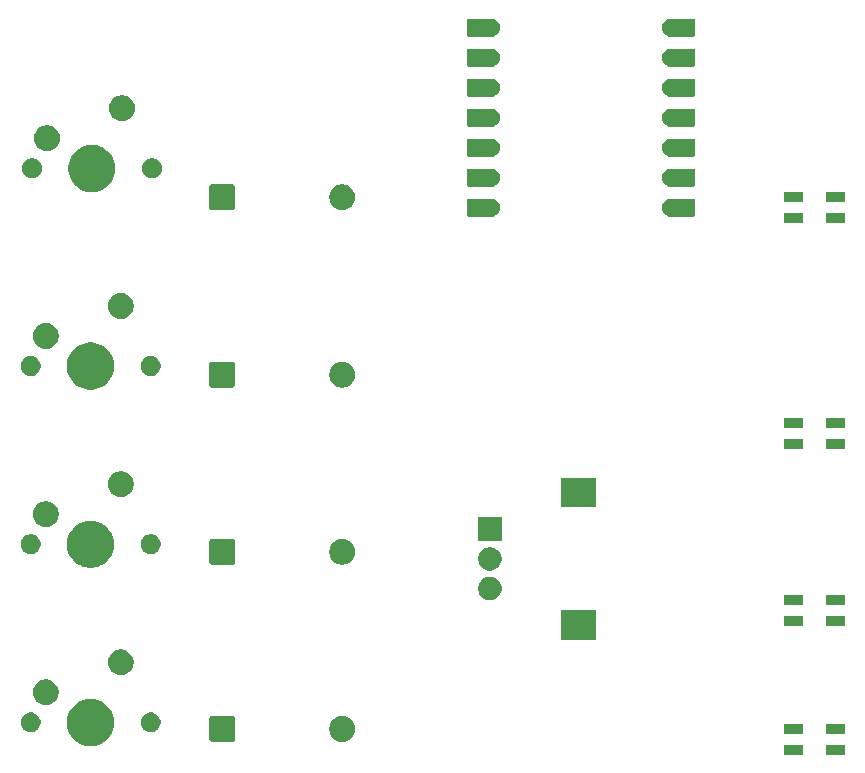
<source format=gts>
G04 #@! TF.GenerationSoftware,KiCad,Pcbnew,9.0.6*
G04 #@! TF.CreationDate,2025-12-19T00:03:08+05:30*
G04 #@! TF.ProjectId,macropad,6d616372-6f70-4616-942e-6b696361645f,rev?*
G04 #@! TF.SameCoordinates,Original*
G04 #@! TF.FileFunction,Soldermask,Top*
G04 #@! TF.FilePolarity,Negative*
%FSLAX46Y46*%
G04 Gerber Fmt 4.6, Leading zero omitted, Abs format (unit mm)*
G04 Created by KiCad (PCBNEW 9.0.6) date 2025-12-19 00:03:08*
%MOMM*%
%LPD*%
G01*
G04 APERTURE LIST*
G04 APERTURE END LIST*
G36*
X179050000Y-107175000D02*
G01*
X177450000Y-107175000D01*
X177450000Y-106325000D01*
X179050000Y-106325000D01*
X179050000Y-107175000D01*
G37*
G36*
X182550000Y-107175000D02*
G01*
X180950000Y-107175000D01*
X180950000Y-106325000D01*
X182550000Y-106325000D01*
X182550000Y-107175000D01*
G37*
G36*
X119090181Y-102488429D02*
G01*
X119342879Y-102556140D01*
X119584577Y-102656255D01*
X119811140Y-102787061D01*
X120018692Y-102946320D01*
X120203680Y-103131308D01*
X120362939Y-103338860D01*
X120493745Y-103565423D01*
X120593860Y-103807121D01*
X120661571Y-104059819D01*
X120695718Y-104319194D01*
X120695718Y-104580806D01*
X120661571Y-104840181D01*
X120593860Y-105092879D01*
X120493745Y-105334577D01*
X120362939Y-105561140D01*
X120203680Y-105768692D01*
X120018692Y-105953680D01*
X119811140Y-106112939D01*
X119584577Y-106243745D01*
X119342879Y-106343860D01*
X119090181Y-106411571D01*
X118830806Y-106445718D01*
X118569194Y-106445718D01*
X118309819Y-106411571D01*
X118057121Y-106343860D01*
X117815423Y-106243745D01*
X117588860Y-106112939D01*
X117381308Y-105953680D01*
X117196320Y-105768692D01*
X117037061Y-105561140D01*
X116906255Y-105334577D01*
X116806140Y-105092879D01*
X116738429Y-104840181D01*
X116704282Y-104580806D01*
X116704282Y-104319194D01*
X116738429Y-104059819D01*
X116806140Y-103807121D01*
X116906255Y-103565423D01*
X117037061Y-103338860D01*
X117196320Y-103131308D01*
X117381308Y-102946320D01*
X117588860Y-102787061D01*
X117815423Y-102656255D01*
X118057121Y-102556140D01*
X118309819Y-102488429D01*
X118569194Y-102454282D01*
X118830806Y-102454282D01*
X119090181Y-102488429D01*
G37*
G36*
X130694850Y-103900964D02*
G01*
X130745041Y-103906787D01*
X130762191Y-103914359D01*
X130785671Y-103919030D01*
X130810806Y-103935825D01*
X130830696Y-103944607D01*
X130844280Y-103958191D01*
X130866777Y-103973223D01*
X130881808Y-103995719D01*
X130895392Y-104009303D01*
X130904173Y-104029190D01*
X130920970Y-104054329D01*
X130925640Y-104077809D01*
X130933212Y-104094958D01*
X130939036Y-104145161D01*
X130939999Y-104150000D01*
X130939999Y-104153456D01*
X130940000Y-104153465D01*
X130940000Y-105086291D01*
X130940000Y-105850001D01*
X130939034Y-105854853D01*
X130933212Y-105905041D01*
X130925641Y-105922187D01*
X130920970Y-105945671D01*
X130904171Y-105970811D01*
X130895392Y-105990696D01*
X130881810Y-106004277D01*
X130866777Y-106026777D01*
X130844277Y-106041810D01*
X130830696Y-106055392D01*
X130810811Y-106064171D01*
X130785671Y-106080970D01*
X130762188Y-106085640D01*
X130745041Y-106093212D01*
X130694838Y-106099036D01*
X130690000Y-106099999D01*
X130686543Y-106099999D01*
X130686535Y-106100000D01*
X128993465Y-106100000D01*
X128993464Y-106099999D01*
X128989999Y-106100000D01*
X128985147Y-106099035D01*
X128934958Y-106093212D01*
X128917810Y-106085640D01*
X128894329Y-106080970D01*
X128869190Y-106064173D01*
X128849303Y-106055392D01*
X128835719Y-106041808D01*
X128813223Y-106026777D01*
X128798191Y-106004280D01*
X128784607Y-105990696D01*
X128775825Y-105970806D01*
X128759030Y-105945671D01*
X128754360Y-105922192D01*
X128746787Y-105905041D01*
X128740963Y-105854838D01*
X128740001Y-105850000D01*
X128740000Y-105846542D01*
X128740000Y-105846534D01*
X128740000Y-104153465D01*
X128740000Y-104153464D01*
X128740000Y-104149999D01*
X128740964Y-104145149D01*
X128746787Y-104094958D01*
X128754359Y-104077806D01*
X128759030Y-104054329D01*
X128775823Y-104029194D01*
X128784607Y-104009303D01*
X128798193Y-103995716D01*
X128813223Y-103973223D01*
X128835716Y-103958193D01*
X128849303Y-103944607D01*
X128869194Y-103935823D01*
X128894329Y-103919030D01*
X128917805Y-103914360D01*
X128934958Y-103906787D01*
X128985163Y-103900963D01*
X128990000Y-103900001D01*
X128993456Y-103900000D01*
X128993465Y-103900000D01*
X130686535Y-103900000D01*
X130690001Y-103900000D01*
X130694850Y-103900964D01*
G37*
G36*
X140256790Y-103930393D02*
G01*
X140420952Y-103983733D01*
X140574748Y-104062096D01*
X140714393Y-104163553D01*
X140836447Y-104285607D01*
X140937904Y-104425252D01*
X141016267Y-104579048D01*
X141069607Y-104743210D01*
X141096609Y-104913695D01*
X141096609Y-105086305D01*
X141069607Y-105256790D01*
X141016267Y-105420952D01*
X140937904Y-105574748D01*
X140836447Y-105714393D01*
X140714393Y-105836447D01*
X140574748Y-105937904D01*
X140420952Y-106016267D01*
X140256790Y-106069607D01*
X140086305Y-106096609D01*
X139913695Y-106096609D01*
X139743210Y-106069607D01*
X139579048Y-106016267D01*
X139425252Y-105937904D01*
X139285607Y-105836447D01*
X139163553Y-105714393D01*
X139062096Y-105574748D01*
X138983733Y-105420952D01*
X138930393Y-105256790D01*
X138903391Y-105086305D01*
X138903391Y-104913695D01*
X138930393Y-104743210D01*
X138983733Y-104579048D01*
X139062096Y-104425252D01*
X139163553Y-104285607D01*
X139285607Y-104163553D01*
X139425252Y-104062096D01*
X139579048Y-103983733D01*
X139743210Y-103930393D01*
X139913695Y-103903391D01*
X140086305Y-103903391D01*
X140256790Y-103930393D01*
G37*
G36*
X179050000Y-105425000D02*
G01*
X177450000Y-105425000D01*
X177450000Y-104575000D01*
X179050000Y-104575000D01*
X179050000Y-105425000D01*
G37*
G36*
X182550000Y-105425000D02*
G01*
X180950000Y-105425000D01*
X180950000Y-104575000D01*
X182550000Y-104575000D01*
X182550000Y-105425000D01*
G37*
G36*
X113866742Y-103636601D02*
G01*
X114020687Y-103700367D01*
X114159234Y-103792941D01*
X114277059Y-103910766D01*
X114369633Y-104049313D01*
X114433399Y-104203258D01*
X114465907Y-104366685D01*
X114465907Y-104533315D01*
X114433399Y-104696742D01*
X114369633Y-104850687D01*
X114277059Y-104989234D01*
X114159234Y-105107059D01*
X114020687Y-105199633D01*
X113866742Y-105263399D01*
X113703315Y-105295907D01*
X113536685Y-105295907D01*
X113373258Y-105263399D01*
X113219313Y-105199633D01*
X113080766Y-105107059D01*
X112962941Y-104989234D01*
X112870367Y-104850687D01*
X112806601Y-104696742D01*
X112774093Y-104533315D01*
X112774093Y-104366685D01*
X112806601Y-104203258D01*
X112870367Y-104049313D01*
X112962941Y-103910766D01*
X113080766Y-103792941D01*
X113219313Y-103700367D01*
X113373258Y-103636601D01*
X113536685Y-103604093D01*
X113703315Y-103604093D01*
X113866742Y-103636601D01*
G37*
G36*
X124026742Y-103636601D02*
G01*
X124180687Y-103700367D01*
X124319234Y-103792941D01*
X124437059Y-103910766D01*
X124529633Y-104049313D01*
X124593399Y-104203258D01*
X124625907Y-104366685D01*
X124625907Y-104533315D01*
X124593399Y-104696742D01*
X124529633Y-104850687D01*
X124437059Y-104989234D01*
X124319234Y-105107059D01*
X124180687Y-105199633D01*
X124026742Y-105263399D01*
X123863315Y-105295907D01*
X123696685Y-105295907D01*
X123533258Y-105263399D01*
X123379313Y-105199633D01*
X123240766Y-105107059D01*
X123122941Y-104989234D01*
X123030367Y-104850687D01*
X122966601Y-104696742D01*
X122934093Y-104533315D01*
X122934093Y-104366685D01*
X122966601Y-104203258D01*
X123030367Y-104049313D01*
X123122941Y-103910766D01*
X123240766Y-103792941D01*
X123379313Y-103700367D01*
X123533258Y-103636601D01*
X123696685Y-103604093D01*
X123863315Y-103604093D01*
X124026742Y-103636601D01*
G37*
G36*
X115146790Y-100840393D02*
G01*
X115310952Y-100893733D01*
X115464748Y-100972096D01*
X115604393Y-101073553D01*
X115726447Y-101195607D01*
X115827904Y-101335252D01*
X115906267Y-101489048D01*
X115959607Y-101653210D01*
X115986609Y-101823695D01*
X115986609Y-101996305D01*
X115959607Y-102166790D01*
X115906267Y-102330952D01*
X115827904Y-102484748D01*
X115726447Y-102624393D01*
X115604393Y-102746447D01*
X115464748Y-102847904D01*
X115310952Y-102926267D01*
X115146790Y-102979607D01*
X114976305Y-103006609D01*
X114803695Y-103006609D01*
X114633210Y-102979607D01*
X114469048Y-102926267D01*
X114315252Y-102847904D01*
X114175607Y-102746447D01*
X114053553Y-102624393D01*
X113952096Y-102484748D01*
X113873733Y-102330952D01*
X113820393Y-102166790D01*
X113793391Y-101996305D01*
X113793391Y-101823695D01*
X113820393Y-101653210D01*
X113873733Y-101489048D01*
X113952096Y-101335252D01*
X114053553Y-101195607D01*
X114175607Y-101073553D01*
X114315252Y-100972096D01*
X114469048Y-100893733D01*
X114633210Y-100840393D01*
X114803695Y-100813391D01*
X114976305Y-100813391D01*
X115146790Y-100840393D01*
G37*
G36*
X121496790Y-98300393D02*
G01*
X121660952Y-98353733D01*
X121814748Y-98432096D01*
X121954393Y-98533553D01*
X122076447Y-98655607D01*
X122177904Y-98795252D01*
X122256267Y-98949048D01*
X122309607Y-99113210D01*
X122336609Y-99283695D01*
X122336609Y-99456305D01*
X122309607Y-99626790D01*
X122256267Y-99790952D01*
X122177904Y-99944748D01*
X122076447Y-100084393D01*
X121954393Y-100206447D01*
X121814748Y-100307904D01*
X121660952Y-100386267D01*
X121496790Y-100439607D01*
X121326305Y-100466609D01*
X121153695Y-100466609D01*
X120983210Y-100439607D01*
X120819048Y-100386267D01*
X120665252Y-100307904D01*
X120525607Y-100206447D01*
X120403553Y-100084393D01*
X120302096Y-99944748D01*
X120223733Y-99790952D01*
X120170393Y-99626790D01*
X120143391Y-99456305D01*
X120143391Y-99283695D01*
X120170393Y-99113210D01*
X120223733Y-98949048D01*
X120302096Y-98795252D01*
X120403553Y-98655607D01*
X120525607Y-98533553D01*
X120665252Y-98432096D01*
X120819048Y-98353733D01*
X120983210Y-98300393D01*
X121153695Y-98273391D01*
X121326305Y-98273391D01*
X121496790Y-98300393D01*
G37*
G36*
X161500000Y-97450000D02*
G01*
X158500000Y-97450000D01*
X158500000Y-94950000D01*
X161500000Y-94950000D01*
X161500000Y-97450000D01*
G37*
G36*
X179050000Y-96300000D02*
G01*
X177450000Y-96300000D01*
X177450000Y-95450000D01*
X179050000Y-95450000D01*
X179050000Y-96300000D01*
G37*
G36*
X182550000Y-96300000D02*
G01*
X180950000Y-96300000D01*
X180950000Y-95450000D01*
X182550000Y-95450000D01*
X182550000Y-96300000D01*
G37*
G36*
X179050000Y-94550000D02*
G01*
X177450000Y-94550000D01*
X177450000Y-93700000D01*
X179050000Y-93700000D01*
X179050000Y-94550000D01*
G37*
G36*
X182550000Y-94550000D02*
G01*
X180950000Y-94550000D01*
X180950000Y-93700000D01*
X182550000Y-93700000D01*
X182550000Y-94550000D01*
G37*
G36*
X152790285Y-92143060D02*
G01*
X152971397Y-92218079D01*
X153134393Y-92326990D01*
X153273010Y-92465607D01*
X153381921Y-92628603D01*
X153456940Y-92809715D01*
X153495185Y-93001983D01*
X153495185Y-93198017D01*
X153456940Y-93390285D01*
X153381921Y-93571397D01*
X153273010Y-93734393D01*
X153134393Y-93873010D01*
X152971397Y-93981921D01*
X152790285Y-94056940D01*
X152598017Y-94095185D01*
X152401983Y-94095185D01*
X152209715Y-94056940D01*
X152028603Y-93981921D01*
X151865607Y-93873010D01*
X151726990Y-93734393D01*
X151618079Y-93571397D01*
X151543060Y-93390285D01*
X151504815Y-93198017D01*
X151504815Y-93001983D01*
X151543060Y-92809715D01*
X151618079Y-92628603D01*
X151726990Y-92465607D01*
X151865607Y-92326990D01*
X152028603Y-92218079D01*
X152209715Y-92143060D01*
X152401983Y-92104815D01*
X152598017Y-92104815D01*
X152790285Y-92143060D01*
G37*
G36*
X152790285Y-89643060D02*
G01*
X152971397Y-89718079D01*
X153134393Y-89826990D01*
X153273010Y-89965607D01*
X153381921Y-90128603D01*
X153456940Y-90309715D01*
X153495185Y-90501983D01*
X153495185Y-90698017D01*
X153456940Y-90890285D01*
X153381921Y-91071397D01*
X153273010Y-91234393D01*
X153134393Y-91373010D01*
X152971397Y-91481921D01*
X152790285Y-91556940D01*
X152598017Y-91595185D01*
X152401983Y-91595185D01*
X152209715Y-91556940D01*
X152028603Y-91481921D01*
X151865607Y-91373010D01*
X151726990Y-91234393D01*
X151618079Y-91071397D01*
X151543060Y-90890285D01*
X151504815Y-90698017D01*
X151504815Y-90501983D01*
X151543060Y-90309715D01*
X151618079Y-90128603D01*
X151726990Y-89965607D01*
X151865607Y-89826990D01*
X152028603Y-89718079D01*
X152209715Y-89643060D01*
X152401983Y-89604815D01*
X152598017Y-89604815D01*
X152790285Y-89643060D01*
G37*
G36*
X119090181Y-87398429D02*
G01*
X119342879Y-87466140D01*
X119584577Y-87566255D01*
X119811140Y-87697061D01*
X120018692Y-87856320D01*
X120203680Y-88041308D01*
X120362939Y-88248860D01*
X120493745Y-88475423D01*
X120593860Y-88717121D01*
X120661571Y-88969819D01*
X120695718Y-89229194D01*
X120695718Y-89490806D01*
X120661571Y-89750181D01*
X120593860Y-90002879D01*
X120493745Y-90244577D01*
X120362939Y-90471140D01*
X120203680Y-90678692D01*
X120018692Y-90863680D01*
X119811140Y-91022939D01*
X119584577Y-91153745D01*
X119342879Y-91253860D01*
X119090181Y-91321571D01*
X118830806Y-91355718D01*
X118569194Y-91355718D01*
X118309819Y-91321571D01*
X118057121Y-91253860D01*
X117815423Y-91153745D01*
X117588860Y-91022939D01*
X117381308Y-90863680D01*
X117196320Y-90678692D01*
X117037061Y-90471140D01*
X116906255Y-90244577D01*
X116806140Y-90002879D01*
X116738429Y-89750181D01*
X116704282Y-89490806D01*
X116704282Y-89229194D01*
X116738429Y-88969819D01*
X116806140Y-88717121D01*
X116906255Y-88475423D01*
X117037061Y-88248860D01*
X117196320Y-88041308D01*
X117381308Y-87856320D01*
X117588860Y-87697061D01*
X117815423Y-87566255D01*
X118057121Y-87466140D01*
X118309819Y-87398429D01*
X118569194Y-87364282D01*
X118830806Y-87364282D01*
X119090181Y-87398429D01*
G37*
G36*
X130694850Y-88900964D02*
G01*
X130745041Y-88906787D01*
X130762191Y-88914359D01*
X130785671Y-88919030D01*
X130810806Y-88935825D01*
X130830696Y-88944607D01*
X130844280Y-88958191D01*
X130866777Y-88973223D01*
X130881808Y-88995719D01*
X130895392Y-89009303D01*
X130904173Y-89029190D01*
X130920970Y-89054329D01*
X130925640Y-89077809D01*
X130933212Y-89094958D01*
X130939036Y-89145161D01*
X130939999Y-89150000D01*
X130939999Y-89153456D01*
X130940000Y-89153465D01*
X130940000Y-90002838D01*
X130940000Y-90850001D01*
X130939034Y-90854853D01*
X130933212Y-90905041D01*
X130925641Y-90922187D01*
X130920970Y-90945671D01*
X130904171Y-90970811D01*
X130895392Y-90990696D01*
X130881810Y-91004277D01*
X130866777Y-91026777D01*
X130844277Y-91041810D01*
X130830696Y-91055392D01*
X130810811Y-91064171D01*
X130785671Y-91080970D01*
X130762188Y-91085640D01*
X130745041Y-91093212D01*
X130694838Y-91099036D01*
X130690000Y-91099999D01*
X130686543Y-91099999D01*
X130686535Y-91100000D01*
X128993465Y-91100000D01*
X128993464Y-91099999D01*
X128989999Y-91100000D01*
X128985147Y-91099035D01*
X128934958Y-91093212D01*
X128917810Y-91085640D01*
X128894329Y-91080970D01*
X128869190Y-91064173D01*
X128849303Y-91055392D01*
X128835719Y-91041808D01*
X128813223Y-91026777D01*
X128798191Y-91004280D01*
X128784607Y-90990696D01*
X128775825Y-90970806D01*
X128759030Y-90945671D01*
X128754360Y-90922192D01*
X128746787Y-90905041D01*
X128740963Y-90854838D01*
X128740001Y-90850000D01*
X128740000Y-90846542D01*
X128740000Y-90846534D01*
X128740000Y-89153465D01*
X128740000Y-89153464D01*
X128740000Y-89149999D01*
X128740964Y-89145149D01*
X128746787Y-89094958D01*
X128754359Y-89077806D01*
X128759030Y-89054329D01*
X128775823Y-89029194D01*
X128784607Y-89009303D01*
X128798193Y-88995716D01*
X128813223Y-88973223D01*
X128835716Y-88958193D01*
X128849303Y-88944607D01*
X128869194Y-88935823D01*
X128894329Y-88919030D01*
X128917805Y-88914360D01*
X128934958Y-88906787D01*
X128985163Y-88900963D01*
X128990000Y-88900001D01*
X128993456Y-88900000D01*
X128993465Y-88900000D01*
X130686535Y-88900000D01*
X130690001Y-88900000D01*
X130694850Y-88900964D01*
G37*
G36*
X140256790Y-88930393D02*
G01*
X140420952Y-88983733D01*
X140574748Y-89062096D01*
X140714393Y-89163553D01*
X140836447Y-89285607D01*
X140937904Y-89425252D01*
X141016267Y-89579048D01*
X141069607Y-89743210D01*
X141096609Y-89913695D01*
X141096609Y-90086305D01*
X141069607Y-90256790D01*
X141016267Y-90420952D01*
X140937904Y-90574748D01*
X140836447Y-90714393D01*
X140714393Y-90836447D01*
X140574748Y-90937904D01*
X140420952Y-91016267D01*
X140256790Y-91069607D01*
X140086305Y-91096609D01*
X139913695Y-91096609D01*
X139743210Y-91069607D01*
X139579048Y-91016267D01*
X139425252Y-90937904D01*
X139285607Y-90836447D01*
X139163553Y-90714393D01*
X139062096Y-90574748D01*
X138983733Y-90420952D01*
X138930393Y-90256790D01*
X138903391Y-90086305D01*
X138903391Y-89913695D01*
X138930393Y-89743210D01*
X138983733Y-89579048D01*
X139062096Y-89425252D01*
X139163553Y-89285607D01*
X139285607Y-89163553D01*
X139425252Y-89062096D01*
X139579048Y-88983733D01*
X139743210Y-88930393D01*
X139913695Y-88903391D01*
X140086305Y-88903391D01*
X140256790Y-88930393D01*
G37*
G36*
X113866742Y-88546601D02*
G01*
X114020687Y-88610367D01*
X114159234Y-88702941D01*
X114277059Y-88820766D01*
X114369633Y-88959313D01*
X114433399Y-89113258D01*
X114465907Y-89276685D01*
X114465907Y-89443315D01*
X114433399Y-89606742D01*
X114369633Y-89760687D01*
X114277059Y-89899234D01*
X114159234Y-90017059D01*
X114020687Y-90109633D01*
X113866742Y-90173399D01*
X113703315Y-90205907D01*
X113536685Y-90205907D01*
X113373258Y-90173399D01*
X113219313Y-90109633D01*
X113080766Y-90017059D01*
X112962941Y-89899234D01*
X112870367Y-89760687D01*
X112806601Y-89606742D01*
X112774093Y-89443315D01*
X112774093Y-89276685D01*
X112806601Y-89113258D01*
X112870367Y-88959313D01*
X112962941Y-88820766D01*
X113080766Y-88702941D01*
X113219313Y-88610367D01*
X113373258Y-88546601D01*
X113536685Y-88514093D01*
X113703315Y-88514093D01*
X113866742Y-88546601D01*
G37*
G36*
X124026742Y-88546601D02*
G01*
X124180687Y-88610367D01*
X124319234Y-88702941D01*
X124437059Y-88820766D01*
X124529633Y-88959313D01*
X124593399Y-89113258D01*
X124625907Y-89276685D01*
X124625907Y-89443315D01*
X124593399Y-89606742D01*
X124529633Y-89760687D01*
X124437059Y-89899234D01*
X124319234Y-90017059D01*
X124180687Y-90109633D01*
X124026742Y-90173399D01*
X123863315Y-90205907D01*
X123696685Y-90205907D01*
X123533258Y-90173399D01*
X123379313Y-90109633D01*
X123240766Y-90017059D01*
X123122941Y-89899234D01*
X123030367Y-89760687D01*
X122966601Y-89606742D01*
X122934093Y-89443315D01*
X122934093Y-89276685D01*
X122966601Y-89113258D01*
X123030367Y-88959313D01*
X123122941Y-88820766D01*
X123240766Y-88702941D01*
X123379313Y-88610367D01*
X123533258Y-88546601D01*
X123696685Y-88514093D01*
X123863315Y-88514093D01*
X124026742Y-88546601D01*
G37*
G36*
X153500000Y-89100000D02*
G01*
X151500000Y-89100000D01*
X151500000Y-87100000D01*
X153500000Y-87100000D01*
X153500000Y-89100000D01*
G37*
G36*
X115146790Y-85750393D02*
G01*
X115310952Y-85803733D01*
X115464748Y-85882096D01*
X115604393Y-85983553D01*
X115726447Y-86105607D01*
X115827904Y-86245252D01*
X115906267Y-86399048D01*
X115959607Y-86563210D01*
X115986609Y-86733695D01*
X115986609Y-86906305D01*
X115959607Y-87076790D01*
X115906267Y-87240952D01*
X115827904Y-87394748D01*
X115726447Y-87534393D01*
X115604393Y-87656447D01*
X115464748Y-87757904D01*
X115310952Y-87836267D01*
X115146790Y-87889607D01*
X114976305Y-87916609D01*
X114803695Y-87916609D01*
X114633210Y-87889607D01*
X114469048Y-87836267D01*
X114315252Y-87757904D01*
X114175607Y-87656447D01*
X114053553Y-87534393D01*
X113952096Y-87394748D01*
X113873733Y-87240952D01*
X113820393Y-87076790D01*
X113793391Y-86906305D01*
X113793391Y-86733695D01*
X113820393Y-86563210D01*
X113873733Y-86399048D01*
X113952096Y-86245252D01*
X114053553Y-86105607D01*
X114175607Y-85983553D01*
X114315252Y-85882096D01*
X114469048Y-85803733D01*
X114633210Y-85750393D01*
X114803695Y-85723391D01*
X114976305Y-85723391D01*
X115146790Y-85750393D01*
G37*
G36*
X161500000Y-86250000D02*
G01*
X158500000Y-86250000D01*
X158500000Y-83750000D01*
X161500000Y-83750000D01*
X161500000Y-86250000D01*
G37*
G36*
X121496790Y-83210393D02*
G01*
X121660952Y-83263733D01*
X121814748Y-83342096D01*
X121954393Y-83443553D01*
X122076447Y-83565607D01*
X122177904Y-83705252D01*
X122256267Y-83859048D01*
X122309607Y-84023210D01*
X122336609Y-84193695D01*
X122336609Y-84366305D01*
X122309607Y-84536790D01*
X122256267Y-84700952D01*
X122177904Y-84854748D01*
X122076447Y-84994393D01*
X121954393Y-85116447D01*
X121814748Y-85217904D01*
X121660952Y-85296267D01*
X121496790Y-85349607D01*
X121326305Y-85376609D01*
X121153695Y-85376609D01*
X120983210Y-85349607D01*
X120819048Y-85296267D01*
X120665252Y-85217904D01*
X120525607Y-85116447D01*
X120403553Y-84994393D01*
X120302096Y-84854748D01*
X120223733Y-84700952D01*
X120170393Y-84536790D01*
X120143391Y-84366305D01*
X120143391Y-84193695D01*
X120170393Y-84023210D01*
X120223733Y-83859048D01*
X120302096Y-83705252D01*
X120403553Y-83565607D01*
X120525607Y-83443553D01*
X120665252Y-83342096D01*
X120819048Y-83263733D01*
X120983210Y-83210393D01*
X121153695Y-83183391D01*
X121326305Y-83183391D01*
X121496790Y-83210393D01*
G37*
G36*
X179050000Y-81300000D02*
G01*
X177450000Y-81300000D01*
X177450000Y-80450000D01*
X179050000Y-80450000D01*
X179050000Y-81300000D01*
G37*
G36*
X182550000Y-81300000D02*
G01*
X180950000Y-81300000D01*
X180950000Y-80450000D01*
X182550000Y-80450000D01*
X182550000Y-81300000D01*
G37*
G36*
X179050000Y-79550000D02*
G01*
X177450000Y-79550000D01*
X177450000Y-78700000D01*
X179050000Y-78700000D01*
X179050000Y-79550000D01*
G37*
G36*
X182550000Y-79550000D02*
G01*
X180950000Y-79550000D01*
X180950000Y-78700000D01*
X182550000Y-78700000D01*
X182550000Y-79550000D01*
G37*
G36*
X119090181Y-72308429D02*
G01*
X119342879Y-72376140D01*
X119584577Y-72476255D01*
X119811140Y-72607061D01*
X120018692Y-72766320D01*
X120203680Y-72951308D01*
X120362939Y-73158860D01*
X120493745Y-73385423D01*
X120593860Y-73627121D01*
X120661571Y-73879819D01*
X120695718Y-74139194D01*
X120695718Y-74400806D01*
X120661571Y-74660181D01*
X120593860Y-74912879D01*
X120493745Y-75154577D01*
X120362939Y-75381140D01*
X120203680Y-75588692D01*
X120018692Y-75773680D01*
X119811140Y-75932939D01*
X119584577Y-76063745D01*
X119342879Y-76163860D01*
X119090181Y-76231571D01*
X118830806Y-76265718D01*
X118569194Y-76265718D01*
X118309819Y-76231571D01*
X118057121Y-76163860D01*
X117815423Y-76063745D01*
X117588860Y-75932939D01*
X117381308Y-75773680D01*
X117196320Y-75588692D01*
X117037061Y-75381140D01*
X116906255Y-75154577D01*
X116806140Y-74912879D01*
X116738429Y-74660181D01*
X116704282Y-74400806D01*
X116704282Y-74139194D01*
X116738429Y-73879819D01*
X116806140Y-73627121D01*
X116906255Y-73385423D01*
X117037061Y-73158860D01*
X117196320Y-72951308D01*
X117381308Y-72766320D01*
X117588860Y-72607061D01*
X117815423Y-72476255D01*
X118057121Y-72376140D01*
X118309819Y-72308429D01*
X118569194Y-72274282D01*
X118830806Y-72274282D01*
X119090181Y-72308429D01*
G37*
G36*
X130694850Y-73900964D02*
G01*
X130745041Y-73906787D01*
X130762191Y-73914359D01*
X130785671Y-73919030D01*
X130810806Y-73935825D01*
X130830696Y-73944607D01*
X130844280Y-73958191D01*
X130866777Y-73973223D01*
X130881808Y-73995719D01*
X130895392Y-74009303D01*
X130904173Y-74029190D01*
X130920970Y-74054329D01*
X130925640Y-74077809D01*
X130933212Y-74094958D01*
X130939036Y-74145161D01*
X130939999Y-74150000D01*
X130939999Y-74153456D01*
X130940000Y-74153465D01*
X130940000Y-75019375D01*
X130940000Y-75850001D01*
X130939034Y-75854853D01*
X130933212Y-75905041D01*
X130925641Y-75922187D01*
X130920970Y-75945671D01*
X130904171Y-75970811D01*
X130895392Y-75990696D01*
X130881810Y-76004277D01*
X130866777Y-76026777D01*
X130844277Y-76041810D01*
X130830696Y-76055392D01*
X130810811Y-76064171D01*
X130785671Y-76080970D01*
X130762188Y-76085640D01*
X130745041Y-76093212D01*
X130694838Y-76099036D01*
X130690000Y-76099999D01*
X130686543Y-76099999D01*
X130686535Y-76100000D01*
X128993465Y-76100000D01*
X128993464Y-76099999D01*
X128989999Y-76100000D01*
X128985147Y-76099035D01*
X128934958Y-76093212D01*
X128917810Y-76085640D01*
X128894329Y-76080970D01*
X128869190Y-76064173D01*
X128849303Y-76055392D01*
X128835719Y-76041808D01*
X128813223Y-76026777D01*
X128798191Y-76004280D01*
X128784607Y-75990696D01*
X128775825Y-75970806D01*
X128759030Y-75945671D01*
X128754360Y-75922192D01*
X128746787Y-75905041D01*
X128740963Y-75854838D01*
X128740001Y-75850000D01*
X128740000Y-75846542D01*
X128740000Y-75846534D01*
X128740000Y-74153465D01*
X128740000Y-74153464D01*
X128740000Y-74149999D01*
X128740964Y-74145149D01*
X128746787Y-74094958D01*
X128754359Y-74077806D01*
X128759030Y-74054329D01*
X128775823Y-74029194D01*
X128784607Y-74009303D01*
X128798193Y-73995716D01*
X128813223Y-73973223D01*
X128835716Y-73958193D01*
X128849303Y-73944607D01*
X128869194Y-73935823D01*
X128894329Y-73919030D01*
X128917805Y-73914360D01*
X128934958Y-73906787D01*
X128985163Y-73900963D01*
X128990000Y-73900001D01*
X128993456Y-73900000D01*
X128993465Y-73900000D01*
X130686535Y-73900000D01*
X130690001Y-73900000D01*
X130694850Y-73900964D01*
G37*
G36*
X140256790Y-73930393D02*
G01*
X140420952Y-73983733D01*
X140574748Y-74062096D01*
X140714393Y-74163553D01*
X140836447Y-74285607D01*
X140937904Y-74425252D01*
X141016267Y-74579048D01*
X141069607Y-74743210D01*
X141096609Y-74913695D01*
X141096609Y-75086305D01*
X141069607Y-75256790D01*
X141016267Y-75420952D01*
X140937904Y-75574748D01*
X140836447Y-75714393D01*
X140714393Y-75836447D01*
X140574748Y-75937904D01*
X140420952Y-76016267D01*
X140256790Y-76069607D01*
X140086305Y-76096609D01*
X139913695Y-76096609D01*
X139743210Y-76069607D01*
X139579048Y-76016267D01*
X139425252Y-75937904D01*
X139285607Y-75836447D01*
X139163553Y-75714393D01*
X139062096Y-75574748D01*
X138983733Y-75420952D01*
X138930393Y-75256790D01*
X138903391Y-75086305D01*
X138903391Y-74913695D01*
X138930393Y-74743210D01*
X138983733Y-74579048D01*
X139062096Y-74425252D01*
X139163553Y-74285607D01*
X139285607Y-74163553D01*
X139425252Y-74062096D01*
X139579048Y-73983733D01*
X139743210Y-73930393D01*
X139913695Y-73903391D01*
X140086305Y-73903391D01*
X140256790Y-73930393D01*
G37*
G36*
X113866742Y-73456601D02*
G01*
X114020687Y-73520367D01*
X114159234Y-73612941D01*
X114277059Y-73730766D01*
X114369633Y-73869313D01*
X114433399Y-74023258D01*
X114465907Y-74186685D01*
X114465907Y-74353315D01*
X114433399Y-74516742D01*
X114369633Y-74670687D01*
X114277059Y-74809234D01*
X114159234Y-74927059D01*
X114020687Y-75019633D01*
X113866742Y-75083399D01*
X113703315Y-75115907D01*
X113536685Y-75115907D01*
X113373258Y-75083399D01*
X113219313Y-75019633D01*
X113080766Y-74927059D01*
X112962941Y-74809234D01*
X112870367Y-74670687D01*
X112806601Y-74516742D01*
X112774093Y-74353315D01*
X112774093Y-74186685D01*
X112806601Y-74023258D01*
X112870367Y-73869313D01*
X112962941Y-73730766D01*
X113080766Y-73612941D01*
X113219313Y-73520367D01*
X113373258Y-73456601D01*
X113536685Y-73424093D01*
X113703315Y-73424093D01*
X113866742Y-73456601D01*
G37*
G36*
X124026742Y-73456601D02*
G01*
X124180687Y-73520367D01*
X124319234Y-73612941D01*
X124437059Y-73730766D01*
X124529633Y-73869313D01*
X124593399Y-74023258D01*
X124625907Y-74186685D01*
X124625907Y-74353315D01*
X124593399Y-74516742D01*
X124529633Y-74670687D01*
X124437059Y-74809234D01*
X124319234Y-74927059D01*
X124180687Y-75019633D01*
X124026742Y-75083399D01*
X123863315Y-75115907D01*
X123696685Y-75115907D01*
X123533258Y-75083399D01*
X123379313Y-75019633D01*
X123240766Y-74927059D01*
X123122941Y-74809234D01*
X123030367Y-74670687D01*
X122966601Y-74516742D01*
X122934093Y-74353315D01*
X122934093Y-74186685D01*
X122966601Y-74023258D01*
X123030367Y-73869313D01*
X123122941Y-73730766D01*
X123240766Y-73612941D01*
X123379313Y-73520367D01*
X123533258Y-73456601D01*
X123696685Y-73424093D01*
X123863315Y-73424093D01*
X124026742Y-73456601D01*
G37*
G36*
X115146790Y-70660393D02*
G01*
X115310952Y-70713733D01*
X115464748Y-70792096D01*
X115604393Y-70893553D01*
X115726447Y-71015607D01*
X115827904Y-71155252D01*
X115906267Y-71309048D01*
X115959607Y-71473210D01*
X115986609Y-71643695D01*
X115986609Y-71816305D01*
X115959607Y-71986790D01*
X115906267Y-72150952D01*
X115827904Y-72304748D01*
X115726447Y-72444393D01*
X115604393Y-72566447D01*
X115464748Y-72667904D01*
X115310952Y-72746267D01*
X115146790Y-72799607D01*
X114976305Y-72826609D01*
X114803695Y-72826609D01*
X114633210Y-72799607D01*
X114469048Y-72746267D01*
X114315252Y-72667904D01*
X114175607Y-72566447D01*
X114053553Y-72444393D01*
X113952096Y-72304748D01*
X113873733Y-72150952D01*
X113820393Y-71986790D01*
X113793391Y-71816305D01*
X113793391Y-71643695D01*
X113820393Y-71473210D01*
X113873733Y-71309048D01*
X113952096Y-71155252D01*
X114053553Y-71015607D01*
X114175607Y-70893553D01*
X114315252Y-70792096D01*
X114469048Y-70713733D01*
X114633210Y-70660393D01*
X114803695Y-70633391D01*
X114976305Y-70633391D01*
X115146790Y-70660393D01*
G37*
G36*
X121496790Y-68120393D02*
G01*
X121660952Y-68173733D01*
X121814748Y-68252096D01*
X121954393Y-68353553D01*
X122076447Y-68475607D01*
X122177904Y-68615252D01*
X122256267Y-68769048D01*
X122309607Y-68933210D01*
X122336609Y-69103695D01*
X122336609Y-69276305D01*
X122309607Y-69446790D01*
X122256267Y-69610952D01*
X122177904Y-69764748D01*
X122076447Y-69904393D01*
X121954393Y-70026447D01*
X121814748Y-70127904D01*
X121660952Y-70206267D01*
X121496790Y-70259607D01*
X121326305Y-70286609D01*
X121153695Y-70286609D01*
X120983210Y-70259607D01*
X120819048Y-70206267D01*
X120665252Y-70127904D01*
X120525607Y-70026447D01*
X120403553Y-69904393D01*
X120302096Y-69764748D01*
X120223733Y-69610952D01*
X120170393Y-69446790D01*
X120143391Y-69276305D01*
X120143391Y-69103695D01*
X120170393Y-68933210D01*
X120223733Y-68769048D01*
X120302096Y-68615252D01*
X120403553Y-68475607D01*
X120525607Y-68353553D01*
X120665252Y-68252096D01*
X120819048Y-68173733D01*
X120983210Y-68120393D01*
X121153695Y-68093391D01*
X121326305Y-68093391D01*
X121496790Y-68120393D01*
G37*
G36*
X179050000Y-62175000D02*
G01*
X177450000Y-62175000D01*
X177450000Y-61325000D01*
X179050000Y-61325000D01*
X179050000Y-62175000D01*
G37*
G36*
X182550000Y-62175000D02*
G01*
X180950000Y-62175000D01*
X180950000Y-61325000D01*
X182550000Y-61325000D01*
X182550000Y-62175000D01*
G37*
G36*
X152890121Y-60108001D02*
G01*
X152939563Y-60141037D01*
X152972599Y-60190479D01*
X152972847Y-60191727D01*
X152977749Y-60196629D01*
X153086608Y-60269366D01*
X153192234Y-60374992D01*
X153275224Y-60499196D01*
X153332389Y-60637203D01*
X153361531Y-60783711D01*
X153361531Y-60933089D01*
X153332389Y-61079597D01*
X153275224Y-61217604D01*
X153192234Y-61341808D01*
X153086608Y-61447434D01*
X152977746Y-61520172D01*
X152972847Y-61525071D01*
X152972599Y-61526321D01*
X152939563Y-61575763D01*
X152890121Y-61608799D01*
X152831800Y-61620400D01*
X150704600Y-61620400D01*
X150646279Y-61608799D01*
X150596837Y-61575763D01*
X150563801Y-61526321D01*
X150552200Y-61468000D01*
X150552200Y-60248800D01*
X150563801Y-60190479D01*
X150596837Y-60141037D01*
X150646279Y-60108001D01*
X150704600Y-60096400D01*
X152831800Y-60096400D01*
X152890121Y-60108001D01*
G37*
G36*
X169800121Y-60108001D02*
G01*
X169849563Y-60141037D01*
X169882599Y-60190479D01*
X169894200Y-60248800D01*
X169894200Y-61468000D01*
X169882599Y-61526321D01*
X169849563Y-61575763D01*
X169800121Y-61608799D01*
X169741800Y-61620400D01*
X167614600Y-61620400D01*
X167556279Y-61608799D01*
X167506837Y-61575763D01*
X167473801Y-61526321D01*
X167473552Y-61525072D01*
X167468650Y-61520170D01*
X167359792Y-61447434D01*
X167254166Y-61341808D01*
X167171176Y-61217604D01*
X167114011Y-61079597D01*
X167084869Y-60933089D01*
X167084869Y-60783711D01*
X167114011Y-60637203D01*
X167171176Y-60499196D01*
X167254166Y-60374992D01*
X167359792Y-60269366D01*
X167468647Y-60196631D01*
X167473552Y-60191726D01*
X167473801Y-60190479D01*
X167506837Y-60141037D01*
X167556279Y-60108001D01*
X167614600Y-60096400D01*
X169741800Y-60096400D01*
X169800121Y-60108001D01*
G37*
G36*
X130694850Y-58900964D02*
G01*
X130745041Y-58906787D01*
X130762191Y-58914359D01*
X130785671Y-58919030D01*
X130810806Y-58935825D01*
X130830696Y-58944607D01*
X130844280Y-58958191D01*
X130866777Y-58973223D01*
X130881808Y-58995719D01*
X130895392Y-59009303D01*
X130904173Y-59029190D01*
X130920970Y-59054329D01*
X130925640Y-59077809D01*
X130933212Y-59094958D01*
X130939036Y-59145161D01*
X130939999Y-59150000D01*
X130939999Y-59153456D01*
X130940000Y-59153465D01*
X130940000Y-60086291D01*
X130940000Y-60850001D01*
X130939034Y-60854853D01*
X130933212Y-60905041D01*
X130925641Y-60922187D01*
X130920970Y-60945671D01*
X130904171Y-60970811D01*
X130895392Y-60990696D01*
X130881810Y-61004277D01*
X130866777Y-61026777D01*
X130844277Y-61041810D01*
X130830696Y-61055392D01*
X130810811Y-61064171D01*
X130785671Y-61080970D01*
X130762188Y-61085640D01*
X130745041Y-61093212D01*
X130694838Y-61099036D01*
X130690000Y-61099999D01*
X130686543Y-61099999D01*
X130686535Y-61100000D01*
X128993465Y-61100000D01*
X128993464Y-61099999D01*
X128989999Y-61100000D01*
X128985147Y-61099035D01*
X128934958Y-61093212D01*
X128917810Y-61085640D01*
X128894329Y-61080970D01*
X128869190Y-61064173D01*
X128849303Y-61055392D01*
X128835719Y-61041808D01*
X128813223Y-61026777D01*
X128798191Y-61004280D01*
X128784607Y-60990696D01*
X128775825Y-60970806D01*
X128759030Y-60945671D01*
X128754360Y-60922192D01*
X128746787Y-60905041D01*
X128740963Y-60854838D01*
X128740001Y-60850000D01*
X128740000Y-60846542D01*
X128740000Y-60846534D01*
X128740000Y-59153465D01*
X128740000Y-59153464D01*
X128740000Y-59149999D01*
X128740964Y-59145149D01*
X128746787Y-59094958D01*
X128754359Y-59077806D01*
X128759030Y-59054329D01*
X128775823Y-59029194D01*
X128784607Y-59009303D01*
X128798193Y-58995716D01*
X128813223Y-58973223D01*
X128835716Y-58958193D01*
X128849303Y-58944607D01*
X128869194Y-58935823D01*
X128894329Y-58919030D01*
X128917805Y-58914360D01*
X128934958Y-58906787D01*
X128985163Y-58900963D01*
X128990000Y-58900001D01*
X128993456Y-58900000D01*
X128993465Y-58900000D01*
X130686535Y-58900000D01*
X130690001Y-58900000D01*
X130694850Y-58900964D01*
G37*
G36*
X140256790Y-58930393D02*
G01*
X140420952Y-58983733D01*
X140574748Y-59062096D01*
X140714393Y-59163553D01*
X140836447Y-59285607D01*
X140937904Y-59425252D01*
X141016267Y-59579048D01*
X141069607Y-59743210D01*
X141096609Y-59913695D01*
X141096609Y-60086305D01*
X141069607Y-60256790D01*
X141016267Y-60420952D01*
X140937904Y-60574748D01*
X140836447Y-60714393D01*
X140714393Y-60836447D01*
X140574748Y-60937904D01*
X140420952Y-61016267D01*
X140256790Y-61069607D01*
X140086305Y-61096609D01*
X139913695Y-61096609D01*
X139743210Y-61069607D01*
X139579048Y-61016267D01*
X139425252Y-60937904D01*
X139285607Y-60836447D01*
X139163553Y-60714393D01*
X139062096Y-60574748D01*
X138983733Y-60420952D01*
X138930393Y-60256790D01*
X138903391Y-60086305D01*
X138903391Y-59913695D01*
X138930393Y-59743210D01*
X138983733Y-59579048D01*
X139062096Y-59425252D01*
X139163553Y-59285607D01*
X139285607Y-59163553D01*
X139425252Y-59062096D01*
X139579048Y-58983733D01*
X139743210Y-58930393D01*
X139913695Y-58903391D01*
X140086305Y-58903391D01*
X140256790Y-58930393D01*
G37*
G36*
X179050000Y-60425000D02*
G01*
X177450000Y-60425000D01*
X177450000Y-59575000D01*
X179050000Y-59575000D01*
X179050000Y-60425000D01*
G37*
G36*
X182550000Y-60425000D02*
G01*
X180950000Y-60425000D01*
X180950000Y-59575000D01*
X182550000Y-59575000D01*
X182550000Y-60425000D01*
G37*
G36*
X119200181Y-55578429D02*
G01*
X119452879Y-55646140D01*
X119694577Y-55746255D01*
X119921140Y-55877061D01*
X120128692Y-56036320D01*
X120313680Y-56221308D01*
X120472939Y-56428860D01*
X120603745Y-56655423D01*
X120703860Y-56897121D01*
X120771571Y-57149819D01*
X120805718Y-57409194D01*
X120805718Y-57670806D01*
X120771571Y-57930181D01*
X120703860Y-58182879D01*
X120603745Y-58424577D01*
X120472939Y-58651140D01*
X120313680Y-58858692D01*
X120128692Y-59043680D01*
X119921140Y-59202939D01*
X119694577Y-59333745D01*
X119452879Y-59433860D01*
X119200181Y-59501571D01*
X118940806Y-59535718D01*
X118679194Y-59535718D01*
X118419819Y-59501571D01*
X118167121Y-59433860D01*
X117925423Y-59333745D01*
X117698860Y-59202939D01*
X117491308Y-59043680D01*
X117306320Y-58858692D01*
X117147061Y-58651140D01*
X117016255Y-58424577D01*
X116916140Y-58182879D01*
X116848429Y-57930181D01*
X116814282Y-57670806D01*
X116814282Y-57409194D01*
X116848429Y-57149819D01*
X116916140Y-56897121D01*
X117016255Y-56655423D01*
X117147061Y-56428860D01*
X117306320Y-56221308D01*
X117491308Y-56036320D01*
X117698860Y-55877061D01*
X117925423Y-55746255D01*
X118167121Y-55646140D01*
X118419819Y-55578429D01*
X118679194Y-55544282D01*
X118940806Y-55544282D01*
X119200181Y-55578429D01*
G37*
G36*
X152890121Y-57568001D02*
G01*
X152939563Y-57601037D01*
X152972599Y-57650479D01*
X152972847Y-57651727D01*
X152977749Y-57656629D01*
X153086608Y-57729366D01*
X153192234Y-57834992D01*
X153275224Y-57959196D01*
X153332389Y-58097203D01*
X153361531Y-58243711D01*
X153361531Y-58393089D01*
X153332389Y-58539597D01*
X153275224Y-58677604D01*
X153192234Y-58801808D01*
X153086608Y-58907434D01*
X152977746Y-58980172D01*
X152972847Y-58985071D01*
X152972599Y-58986321D01*
X152939563Y-59035763D01*
X152890121Y-59068799D01*
X152831800Y-59080400D01*
X150704600Y-59080400D01*
X150646279Y-59068799D01*
X150596837Y-59035763D01*
X150563801Y-58986321D01*
X150552200Y-58928000D01*
X150552200Y-57708800D01*
X150563801Y-57650479D01*
X150596837Y-57601037D01*
X150646279Y-57568001D01*
X150704600Y-57556400D01*
X152831800Y-57556400D01*
X152890121Y-57568001D01*
G37*
G36*
X169800121Y-57568001D02*
G01*
X169849563Y-57601037D01*
X169882599Y-57650479D01*
X169894200Y-57708800D01*
X169894200Y-58928000D01*
X169882599Y-58986321D01*
X169849563Y-59035763D01*
X169800121Y-59068799D01*
X169741800Y-59080400D01*
X167614600Y-59080400D01*
X167556279Y-59068799D01*
X167506837Y-59035763D01*
X167473801Y-58986321D01*
X167473552Y-58985072D01*
X167468650Y-58980170D01*
X167359792Y-58907434D01*
X167254166Y-58801808D01*
X167171176Y-58677604D01*
X167114011Y-58539597D01*
X167084869Y-58393089D01*
X167084869Y-58243711D01*
X167114011Y-58097203D01*
X167171176Y-57959196D01*
X167254166Y-57834992D01*
X167359792Y-57729366D01*
X167468647Y-57656631D01*
X167473552Y-57651726D01*
X167473801Y-57650479D01*
X167506837Y-57601037D01*
X167556279Y-57568001D01*
X167614600Y-57556400D01*
X169741800Y-57556400D01*
X169800121Y-57568001D01*
G37*
G36*
X113976742Y-56726601D02*
G01*
X114130687Y-56790367D01*
X114269234Y-56882941D01*
X114387059Y-57000766D01*
X114479633Y-57139313D01*
X114543399Y-57293258D01*
X114575907Y-57456685D01*
X114575907Y-57623315D01*
X114543399Y-57786742D01*
X114479633Y-57940687D01*
X114387059Y-58079234D01*
X114269234Y-58197059D01*
X114130687Y-58289633D01*
X113976742Y-58353399D01*
X113813315Y-58385907D01*
X113646685Y-58385907D01*
X113483258Y-58353399D01*
X113329313Y-58289633D01*
X113190766Y-58197059D01*
X113072941Y-58079234D01*
X112980367Y-57940687D01*
X112916601Y-57786742D01*
X112884093Y-57623315D01*
X112884093Y-57456685D01*
X112916601Y-57293258D01*
X112980367Y-57139313D01*
X113072941Y-57000766D01*
X113190766Y-56882941D01*
X113329313Y-56790367D01*
X113483258Y-56726601D01*
X113646685Y-56694093D01*
X113813315Y-56694093D01*
X113976742Y-56726601D01*
G37*
G36*
X124136742Y-56726601D02*
G01*
X124290687Y-56790367D01*
X124429234Y-56882941D01*
X124547059Y-57000766D01*
X124639633Y-57139313D01*
X124703399Y-57293258D01*
X124735907Y-57456685D01*
X124735907Y-57623315D01*
X124703399Y-57786742D01*
X124639633Y-57940687D01*
X124547059Y-58079234D01*
X124429234Y-58197059D01*
X124290687Y-58289633D01*
X124136742Y-58353399D01*
X123973315Y-58385907D01*
X123806685Y-58385907D01*
X123643258Y-58353399D01*
X123489313Y-58289633D01*
X123350766Y-58197059D01*
X123232941Y-58079234D01*
X123140367Y-57940687D01*
X123076601Y-57786742D01*
X123044093Y-57623315D01*
X123044093Y-57456685D01*
X123076601Y-57293258D01*
X123140367Y-57139313D01*
X123232941Y-57000766D01*
X123350766Y-56882941D01*
X123489313Y-56790367D01*
X123643258Y-56726601D01*
X123806685Y-56694093D01*
X123973315Y-56694093D01*
X124136742Y-56726601D01*
G37*
G36*
X152890121Y-55028001D02*
G01*
X152939563Y-55061037D01*
X152972599Y-55110479D01*
X152972847Y-55111727D01*
X152977749Y-55116629D01*
X153086608Y-55189366D01*
X153192234Y-55294992D01*
X153275224Y-55419196D01*
X153332389Y-55557203D01*
X153361531Y-55703711D01*
X153361531Y-55853089D01*
X153332389Y-55999597D01*
X153275224Y-56137604D01*
X153192234Y-56261808D01*
X153086608Y-56367434D01*
X152977746Y-56440172D01*
X152972847Y-56445071D01*
X152972599Y-56446321D01*
X152939563Y-56495763D01*
X152890121Y-56528799D01*
X152831800Y-56540400D01*
X150704600Y-56540400D01*
X150646279Y-56528799D01*
X150596837Y-56495763D01*
X150563801Y-56446321D01*
X150552200Y-56388000D01*
X150552200Y-55168800D01*
X150563801Y-55110479D01*
X150596837Y-55061037D01*
X150646279Y-55028001D01*
X150704600Y-55016400D01*
X152831800Y-55016400D01*
X152890121Y-55028001D01*
G37*
G36*
X169800121Y-55028001D02*
G01*
X169849563Y-55061037D01*
X169882599Y-55110479D01*
X169894200Y-55168800D01*
X169894200Y-56388000D01*
X169882599Y-56446321D01*
X169849563Y-56495763D01*
X169800121Y-56528799D01*
X169741800Y-56540400D01*
X167614600Y-56540400D01*
X167556279Y-56528799D01*
X167506837Y-56495763D01*
X167473801Y-56446321D01*
X167473552Y-56445072D01*
X167468650Y-56440170D01*
X167359792Y-56367434D01*
X167254166Y-56261808D01*
X167171176Y-56137604D01*
X167114011Y-55999597D01*
X167084869Y-55853089D01*
X167084869Y-55703711D01*
X167114011Y-55557203D01*
X167171176Y-55419196D01*
X167254166Y-55294992D01*
X167359792Y-55189366D01*
X167468647Y-55116631D01*
X167473552Y-55111726D01*
X167473801Y-55110479D01*
X167506837Y-55061037D01*
X167556279Y-55028001D01*
X167614600Y-55016400D01*
X169741800Y-55016400D01*
X169800121Y-55028001D01*
G37*
G36*
X115256790Y-53930393D02*
G01*
X115420952Y-53983733D01*
X115574748Y-54062096D01*
X115714393Y-54163553D01*
X115836447Y-54285607D01*
X115937904Y-54425252D01*
X116016267Y-54579048D01*
X116069607Y-54743210D01*
X116096609Y-54913695D01*
X116096609Y-55086305D01*
X116069607Y-55256790D01*
X116016267Y-55420952D01*
X115937904Y-55574748D01*
X115836447Y-55714393D01*
X115714393Y-55836447D01*
X115574748Y-55937904D01*
X115420952Y-56016267D01*
X115256790Y-56069607D01*
X115086305Y-56096609D01*
X114913695Y-56096609D01*
X114743210Y-56069607D01*
X114579048Y-56016267D01*
X114425252Y-55937904D01*
X114285607Y-55836447D01*
X114163553Y-55714393D01*
X114062096Y-55574748D01*
X113983733Y-55420952D01*
X113930393Y-55256790D01*
X113903391Y-55086305D01*
X113903391Y-54913695D01*
X113930393Y-54743210D01*
X113983733Y-54579048D01*
X114062096Y-54425252D01*
X114163553Y-54285607D01*
X114285607Y-54163553D01*
X114425252Y-54062096D01*
X114579048Y-53983733D01*
X114743210Y-53930393D01*
X114913695Y-53903391D01*
X115086305Y-53903391D01*
X115256790Y-53930393D01*
G37*
G36*
X152890121Y-52488001D02*
G01*
X152939563Y-52521037D01*
X152972599Y-52570479D01*
X152972847Y-52571727D01*
X152977749Y-52576629D01*
X153086608Y-52649366D01*
X153192234Y-52754992D01*
X153275224Y-52879196D01*
X153332389Y-53017203D01*
X153361531Y-53163711D01*
X153361531Y-53313089D01*
X153332389Y-53459597D01*
X153275224Y-53597604D01*
X153192234Y-53721808D01*
X153086608Y-53827434D01*
X152977746Y-53900172D01*
X152972847Y-53905071D01*
X152972599Y-53906321D01*
X152939563Y-53955763D01*
X152890121Y-53988799D01*
X152831800Y-54000400D01*
X150704600Y-54000400D01*
X150646279Y-53988799D01*
X150596837Y-53955763D01*
X150563801Y-53906321D01*
X150552200Y-53848000D01*
X150552200Y-52628800D01*
X150563801Y-52570479D01*
X150596837Y-52521037D01*
X150646279Y-52488001D01*
X150704600Y-52476400D01*
X152831800Y-52476400D01*
X152890121Y-52488001D01*
G37*
G36*
X169800121Y-52488001D02*
G01*
X169849563Y-52521037D01*
X169882599Y-52570479D01*
X169894200Y-52628800D01*
X169894200Y-53848000D01*
X169882599Y-53906321D01*
X169849563Y-53955763D01*
X169800121Y-53988799D01*
X169741800Y-54000400D01*
X167614600Y-54000400D01*
X167556279Y-53988799D01*
X167506837Y-53955763D01*
X167473801Y-53906321D01*
X167473552Y-53905072D01*
X167468650Y-53900170D01*
X167359792Y-53827434D01*
X167254166Y-53721808D01*
X167171176Y-53597604D01*
X167114011Y-53459597D01*
X167084869Y-53313089D01*
X167084869Y-53163711D01*
X167114011Y-53017203D01*
X167171176Y-52879196D01*
X167254166Y-52754992D01*
X167359792Y-52649366D01*
X167468647Y-52576631D01*
X167473552Y-52571726D01*
X167473801Y-52570479D01*
X167506837Y-52521037D01*
X167556279Y-52488001D01*
X167614600Y-52476400D01*
X169741800Y-52476400D01*
X169800121Y-52488001D01*
G37*
G36*
X121606790Y-51390393D02*
G01*
X121770952Y-51443733D01*
X121924748Y-51522096D01*
X122064393Y-51623553D01*
X122186447Y-51745607D01*
X122287904Y-51885252D01*
X122366267Y-52039048D01*
X122419607Y-52203210D01*
X122446609Y-52373695D01*
X122446609Y-52546305D01*
X122419607Y-52716790D01*
X122366267Y-52880952D01*
X122287904Y-53034748D01*
X122186447Y-53174393D01*
X122064393Y-53296447D01*
X121924748Y-53397904D01*
X121770952Y-53476267D01*
X121606790Y-53529607D01*
X121436305Y-53556609D01*
X121263695Y-53556609D01*
X121093210Y-53529607D01*
X120929048Y-53476267D01*
X120775252Y-53397904D01*
X120635607Y-53296447D01*
X120513553Y-53174393D01*
X120412096Y-53034748D01*
X120333733Y-52880952D01*
X120280393Y-52716790D01*
X120253391Y-52546305D01*
X120253391Y-52373695D01*
X120280393Y-52203210D01*
X120333733Y-52039048D01*
X120412096Y-51885252D01*
X120513553Y-51745607D01*
X120635607Y-51623553D01*
X120775252Y-51522096D01*
X120929048Y-51443733D01*
X121093210Y-51390393D01*
X121263695Y-51363391D01*
X121436305Y-51363391D01*
X121606790Y-51390393D01*
G37*
G36*
X152890121Y-49948001D02*
G01*
X152939563Y-49981037D01*
X152972599Y-50030479D01*
X152972847Y-50031727D01*
X152977749Y-50036629D01*
X153086608Y-50109366D01*
X153192234Y-50214992D01*
X153275224Y-50339196D01*
X153332389Y-50477203D01*
X153361531Y-50623711D01*
X153361531Y-50773089D01*
X153332389Y-50919597D01*
X153275224Y-51057604D01*
X153192234Y-51181808D01*
X153086608Y-51287434D01*
X152977746Y-51360172D01*
X152972847Y-51365071D01*
X152972599Y-51366321D01*
X152939563Y-51415763D01*
X152890121Y-51448799D01*
X152831800Y-51460400D01*
X150704600Y-51460400D01*
X150646279Y-51448799D01*
X150596837Y-51415763D01*
X150563801Y-51366321D01*
X150552200Y-51308000D01*
X150552200Y-50088800D01*
X150563801Y-50030479D01*
X150596837Y-49981037D01*
X150646279Y-49948001D01*
X150704600Y-49936400D01*
X152831800Y-49936400D01*
X152890121Y-49948001D01*
G37*
G36*
X169800121Y-49948001D02*
G01*
X169849563Y-49981037D01*
X169882599Y-50030479D01*
X169894200Y-50088800D01*
X169894200Y-51308000D01*
X169882599Y-51366321D01*
X169849563Y-51415763D01*
X169800121Y-51448799D01*
X169741800Y-51460400D01*
X167614600Y-51460400D01*
X167556279Y-51448799D01*
X167506837Y-51415763D01*
X167473801Y-51366321D01*
X167473552Y-51365072D01*
X167468650Y-51360170D01*
X167359792Y-51287434D01*
X167254166Y-51181808D01*
X167171176Y-51057604D01*
X167114011Y-50919597D01*
X167084869Y-50773089D01*
X167084869Y-50623711D01*
X167114011Y-50477203D01*
X167171176Y-50339196D01*
X167254166Y-50214992D01*
X167359792Y-50109366D01*
X167468647Y-50036631D01*
X167473552Y-50031726D01*
X167473801Y-50030479D01*
X167506837Y-49981037D01*
X167556279Y-49948001D01*
X167614600Y-49936400D01*
X169741800Y-49936400D01*
X169800121Y-49948001D01*
G37*
G36*
X152890121Y-47408001D02*
G01*
X152939563Y-47441037D01*
X152972599Y-47490479D01*
X152972847Y-47491727D01*
X152977749Y-47496629D01*
X153086608Y-47569366D01*
X153192234Y-47674992D01*
X153275224Y-47799196D01*
X153332389Y-47937203D01*
X153361531Y-48083711D01*
X153361531Y-48233089D01*
X153332389Y-48379597D01*
X153275224Y-48517604D01*
X153192234Y-48641808D01*
X153086608Y-48747434D01*
X152977746Y-48820172D01*
X152972847Y-48825071D01*
X152972599Y-48826321D01*
X152939563Y-48875763D01*
X152890121Y-48908799D01*
X152831800Y-48920400D01*
X150704600Y-48920400D01*
X150646279Y-48908799D01*
X150596837Y-48875763D01*
X150563801Y-48826321D01*
X150552200Y-48768000D01*
X150552200Y-47548800D01*
X150563801Y-47490479D01*
X150596837Y-47441037D01*
X150646279Y-47408001D01*
X150704600Y-47396400D01*
X152831800Y-47396400D01*
X152890121Y-47408001D01*
G37*
G36*
X169800121Y-47408001D02*
G01*
X169849563Y-47441037D01*
X169882599Y-47490479D01*
X169894200Y-47548800D01*
X169894200Y-48768000D01*
X169882599Y-48826321D01*
X169849563Y-48875763D01*
X169800121Y-48908799D01*
X169741800Y-48920400D01*
X167614600Y-48920400D01*
X167556279Y-48908799D01*
X167506837Y-48875763D01*
X167473801Y-48826321D01*
X167473552Y-48825072D01*
X167468650Y-48820170D01*
X167359792Y-48747434D01*
X167254166Y-48641808D01*
X167171176Y-48517604D01*
X167114011Y-48379597D01*
X167084869Y-48233089D01*
X167084869Y-48083711D01*
X167114011Y-47937203D01*
X167171176Y-47799196D01*
X167254166Y-47674992D01*
X167359792Y-47569366D01*
X167468647Y-47496631D01*
X167473552Y-47491726D01*
X167473801Y-47490479D01*
X167506837Y-47441037D01*
X167556279Y-47408001D01*
X167614600Y-47396400D01*
X169741800Y-47396400D01*
X169800121Y-47408001D01*
G37*
G36*
X152890121Y-44868001D02*
G01*
X152939563Y-44901037D01*
X152972599Y-44950479D01*
X152972847Y-44951727D01*
X152977749Y-44956629D01*
X153086608Y-45029366D01*
X153192234Y-45134992D01*
X153275224Y-45259196D01*
X153332389Y-45397203D01*
X153361531Y-45543711D01*
X153361531Y-45693089D01*
X153332389Y-45839597D01*
X153275224Y-45977604D01*
X153192234Y-46101808D01*
X153086608Y-46207434D01*
X152977746Y-46280172D01*
X152972847Y-46285071D01*
X152972599Y-46286321D01*
X152939563Y-46335763D01*
X152890121Y-46368799D01*
X152831800Y-46380400D01*
X150704600Y-46380400D01*
X150646279Y-46368799D01*
X150596837Y-46335763D01*
X150563801Y-46286321D01*
X150552200Y-46228000D01*
X150552200Y-45008800D01*
X150563801Y-44950479D01*
X150596837Y-44901037D01*
X150646279Y-44868001D01*
X150704600Y-44856400D01*
X152831800Y-44856400D01*
X152890121Y-44868001D01*
G37*
G36*
X169800121Y-44868001D02*
G01*
X169849563Y-44901037D01*
X169882599Y-44950479D01*
X169894200Y-45008800D01*
X169894200Y-46228000D01*
X169882599Y-46286321D01*
X169849563Y-46335763D01*
X169800121Y-46368799D01*
X169741800Y-46380400D01*
X167614600Y-46380400D01*
X167556279Y-46368799D01*
X167506837Y-46335763D01*
X167473801Y-46286321D01*
X167473552Y-46285072D01*
X167468650Y-46280170D01*
X167359792Y-46207434D01*
X167254166Y-46101808D01*
X167171176Y-45977604D01*
X167114011Y-45839597D01*
X167084869Y-45693089D01*
X167084869Y-45543711D01*
X167114011Y-45397203D01*
X167171176Y-45259196D01*
X167254166Y-45134992D01*
X167359792Y-45029366D01*
X167468647Y-44956631D01*
X167473552Y-44951726D01*
X167473801Y-44950479D01*
X167506837Y-44901037D01*
X167556279Y-44868001D01*
X167614600Y-44856400D01*
X169741800Y-44856400D01*
X169800121Y-44868001D01*
G37*
M02*

</source>
